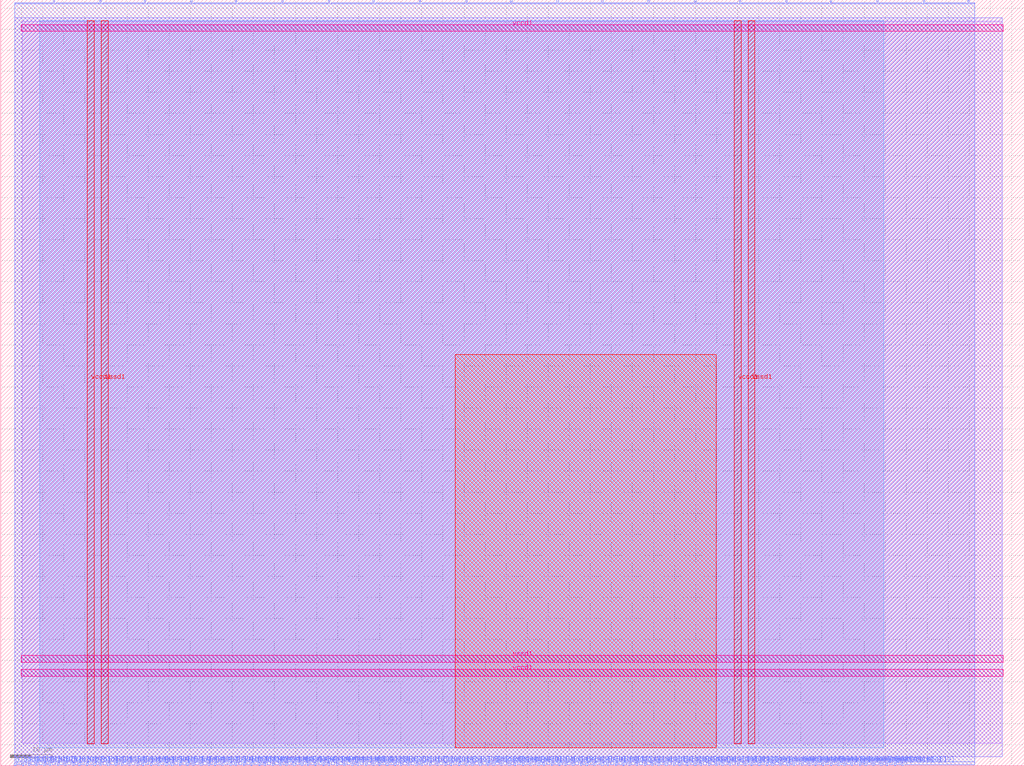
<source format=lef>
VERSION 5.7 ;
  NOWIREEXTENSIONATPIN ON ;
  DIVIDERCHAR "/" ;
  BUSBITCHARS "[]" ;
MACRO N_term_DSP
  CLASS BLOCK ;
  FOREIGN N_term_DSP ;
  ORIGIN 0.000 0.000 ;
  SIZE 243.000 BY 182.000 ;
  PIN FrameStrobe[0]
    DIRECTION INPUT ;
    USE SIGNAL ;
    ANTENNAGATEAREA 0.126000 ;
    PORT
      LAYER met2 ;
        RECT 179.900 0.000 180.280 0.700 ;
    END
  END FrameStrobe[0]
  PIN FrameStrobe[10]
    DIRECTION INPUT ;
    USE SIGNAL ;
    ANTENNAGATEAREA 0.126000 ;
    PORT
      LAYER met2 ;
        RECT 196.920 0.000 197.300 0.700 ;
    END
  END FrameStrobe[10]
  PIN FrameStrobe[11]
    DIRECTION INPUT ;
    USE SIGNAL ;
    ANTENNAGATEAREA 0.213000 ;
    PORT
      LAYER met2 ;
        RECT 198.760 0.000 199.140 0.700 ;
    END
  END FrameStrobe[11]
  PIN FrameStrobe[12]
    DIRECTION INPUT ;
    USE SIGNAL ;
    ANTENNAGATEAREA 0.196500 ;
    PORT
      LAYER met2 ;
        RECT 200.140 0.000 200.520 0.700 ;
    END
  END FrameStrobe[12]
  PIN FrameStrobe[13]
    DIRECTION INPUT ;
    USE SIGNAL ;
    ANTENNAGATEAREA 0.196500 ;
    PORT
      LAYER met2 ;
        RECT 201.980 0.000 202.360 0.700 ;
    END
  END FrameStrobe[13]
  PIN FrameStrobe[14]
    DIRECTION INPUT ;
    USE SIGNAL ;
    ANTENNAGATEAREA 0.126000 ;
    PORT
      LAYER met2 ;
        RECT 203.820 0.000 204.200 0.700 ;
    END
  END FrameStrobe[14]
  PIN FrameStrobe[15]
    DIRECTION INPUT ;
    USE SIGNAL ;
    ANTENNAGATEAREA 0.126000 ;
    PORT
      LAYER met2 ;
        RECT 205.200 0.000 205.580 0.700 ;
    END
  END FrameStrobe[15]
  PIN FrameStrobe[16]
    DIRECTION INPUT ;
    USE SIGNAL ;
    ANTENNAGATEAREA 0.213000 ;
    PORT
      LAYER met2 ;
        RECT 207.040 0.000 207.420 0.700 ;
    END
  END FrameStrobe[16]
  PIN FrameStrobe[17]
    DIRECTION INPUT ;
    USE SIGNAL ;
    ANTENNAGATEAREA 0.126000 ;
    PORT
      LAYER met2 ;
        RECT 208.880 0.000 209.260 0.700 ;
    END
  END FrameStrobe[17]
  PIN FrameStrobe[18]
    DIRECTION INPUT ;
    USE SIGNAL ;
    ANTENNAGATEAREA 0.126000 ;
    PORT
      LAYER met2 ;
        RECT 210.260 0.000 210.640 0.700 ;
    END
  END FrameStrobe[18]
  PIN FrameStrobe[19]
    DIRECTION INPUT ;
    USE SIGNAL ;
    ANTENNAGATEAREA 0.213000 ;
    PORT
      LAYER met2 ;
        RECT 212.100 0.000 212.480 0.700 ;
    END
  END FrameStrobe[19]
  PIN FrameStrobe[1]
    DIRECTION INPUT ;
    USE SIGNAL ;
    ANTENNAGATEAREA 0.126000 ;
    PORT
      LAYER met2 ;
        RECT 181.740 0.000 182.120 0.700 ;
    END
  END FrameStrobe[1]
  PIN FrameStrobe[2]
    DIRECTION INPUT ;
    USE SIGNAL ;
    ANTENNAGATEAREA 0.126000 ;
    PORT
      LAYER met2 ;
        RECT 183.120 0.000 183.500 0.700 ;
    END
  END FrameStrobe[2]
  PIN FrameStrobe[3]
    DIRECTION INPUT ;
    USE SIGNAL ;
    ANTENNAGATEAREA 0.126000 ;
    PORT
      LAYER met2 ;
        RECT 184.960 0.000 185.340 0.700 ;
    END
  END FrameStrobe[3]
  PIN FrameStrobe[4]
    DIRECTION INPUT ;
    USE SIGNAL ;
    ANTENNAGATEAREA 0.126000 ;
    PORT
      LAYER met2 ;
        RECT 186.800 0.000 187.180 0.700 ;
    END
  END FrameStrobe[4]
  PIN FrameStrobe[5]
    DIRECTION INPUT ;
    USE SIGNAL ;
    ANTENNAGATEAREA 0.196500 ;
    PORT
      LAYER met2 ;
        RECT 188.180 0.000 188.560 0.700 ;
    END
  END FrameStrobe[5]
  PIN FrameStrobe[6]
    DIRECTION INPUT ;
    USE SIGNAL ;
    ANTENNAGATEAREA 0.196500 ;
    PORT
      LAYER met2 ;
        RECT 190.020 0.000 190.400 0.700 ;
    END
  END FrameStrobe[6]
  PIN FrameStrobe[7]
    DIRECTION INPUT ;
    USE SIGNAL ;
    ANTENNAGATEAREA 0.126000 ;
    PORT
      LAYER met2 ;
        RECT 191.860 0.000 192.240 0.700 ;
    END
  END FrameStrobe[7]
  PIN FrameStrobe[8]
    DIRECTION INPUT ;
    USE SIGNAL ;
    ANTENNAGATEAREA 0.126000 ;
    PORT
      LAYER met2 ;
        RECT 193.240 0.000 193.620 0.700 ;
    END
  END FrameStrobe[8]
  PIN FrameStrobe[9]
    DIRECTION INPUT ;
    USE SIGNAL ;
    ANTENNAGATEAREA 0.196500 ;
    PORT
      LAYER met2 ;
        RECT 195.080 0.000 195.460 0.700 ;
    END
  END FrameStrobe[9]
  PIN FrameStrobe_O[0]
    DIRECTION OUTPUT TRISTATE ;
    USE SIGNAL ;
    ANTENNADIFFAREA 0.795200 ;
    PORT
      LAYER met2 ;
        RECT 12.460 181.300 12.840 182.000 ;
    END
  END FrameStrobe_O[0]
  PIN FrameStrobe_O[10]
    DIRECTION OUTPUT TRISTATE ;
    USE SIGNAL ;
    ANTENNADIFFAREA 0.445500 ;
    PORT
      LAYER met2 ;
        RECT 121.020 181.300 121.400 182.000 ;
    END
  END FrameStrobe_O[10]
  PIN FrameStrobe_O[11]
    DIRECTION OUTPUT TRISTATE ;
    USE SIGNAL ;
    ANTENNADIFFAREA 0.445500 ;
    PORT
      LAYER met2 ;
        RECT 132.060 181.300 132.440 182.000 ;
    END
  END FrameStrobe_O[11]
  PIN FrameStrobe_O[12]
    DIRECTION OUTPUT TRISTATE ;
    USE SIGNAL ;
    ANTENNADIFFAREA 0.795200 ;
    PORT
      LAYER met2 ;
        RECT 142.640 181.300 143.020 182.000 ;
    END
  END FrameStrobe_O[12]
  PIN FrameStrobe_O[13]
    DIRECTION OUTPUT TRISTATE ;
    USE SIGNAL ;
    ANTENNADIFFAREA 0.445500 ;
    PORT
      LAYER met2 ;
        RECT 153.680 181.300 154.060 182.000 ;
    END
  END FrameStrobe_O[13]
  PIN FrameStrobe_O[14]
    DIRECTION OUTPUT TRISTATE ;
    USE SIGNAL ;
    ANTENNADIFFAREA 0.795200 ;
    PORT
      LAYER met2 ;
        RECT 164.720 181.300 165.100 182.000 ;
    END
  END FrameStrobe_O[14]
  PIN FrameStrobe_O[15]
    DIRECTION OUTPUT TRISTATE ;
    USE SIGNAL ;
    ANTENNADIFFAREA 0.445500 ;
    PORT
      LAYER met2 ;
        RECT 175.300 181.300 175.680 182.000 ;
    END
  END FrameStrobe_O[15]
  PIN FrameStrobe_O[16]
    DIRECTION OUTPUT TRISTATE ;
    USE SIGNAL ;
    ANTENNADIFFAREA 0.795200 ;
    PORT
      LAYER met2 ;
        RECT 186.340 181.300 186.720 182.000 ;
    END
  END FrameStrobe_O[16]
  PIN FrameStrobe_O[17]
    DIRECTION OUTPUT TRISTATE ;
    USE SIGNAL ;
    ANTENNADIFFAREA 0.795200 ;
    PORT
      LAYER met2 ;
        RECT 196.920 181.300 197.300 182.000 ;
    END
  END FrameStrobe_O[17]
  PIN FrameStrobe_O[18]
    DIRECTION OUTPUT TRISTATE ;
    USE SIGNAL ;
    ANTENNADIFFAREA 0.795200 ;
    PORT
      LAYER met2 ;
        RECT 207.960 181.300 208.340 182.000 ;
    END
  END FrameStrobe_O[18]
  PIN FrameStrobe_O[19]
    DIRECTION OUTPUT TRISTATE ;
    USE SIGNAL ;
    ANTENNADIFFAREA 0.795200 ;
    PORT
      LAYER met2 ;
        RECT 219.000 181.300 219.380 182.000 ;
    END
  END FrameStrobe_O[19]
  PIN FrameStrobe_O[1]
    DIRECTION OUTPUT TRISTATE ;
    USE SIGNAL ;
    ANTENNADIFFAREA 0.445500 ;
    PORT
      LAYER met2 ;
        RECT 23.500 181.300 23.880 182.000 ;
    END
  END FrameStrobe_O[1]
  PIN FrameStrobe_O[2]
    DIRECTION OUTPUT TRISTATE ;
    USE SIGNAL ;
    ANTENNADIFFAREA 0.795200 ;
    PORT
      LAYER met2 ;
        RECT 34.080 181.300 34.460 182.000 ;
    END
  END FrameStrobe_O[2]
  PIN FrameStrobe_O[3]
    DIRECTION OUTPUT TRISTATE ;
    USE SIGNAL ;
    ANTENNADIFFAREA 0.445500 ;
    PORT
      LAYER met2 ;
        RECT 45.120 181.300 45.500 182.000 ;
    END
  END FrameStrobe_O[3]
  PIN FrameStrobe_O[4]
    DIRECTION OUTPUT TRISTATE ;
    USE SIGNAL ;
    ANTENNADIFFAREA 0.795200 ;
    PORT
      LAYER met2 ;
        RECT 55.700 181.300 56.080 182.000 ;
    END
  END FrameStrobe_O[4]
  PIN FrameStrobe_O[5]
    DIRECTION OUTPUT TRISTATE ;
    USE SIGNAL ;
    ANTENNADIFFAREA 0.445500 ;
    PORT
      LAYER met2 ;
        RECT 66.740 181.300 67.120 182.000 ;
    END
  END FrameStrobe_O[5]
  PIN FrameStrobe_O[6]
    DIRECTION OUTPUT TRISTATE ;
    USE SIGNAL ;
    ANTENNADIFFAREA 0.445500 ;
    PORT
      LAYER met2 ;
        RECT 77.780 181.300 78.160 182.000 ;
    END
  END FrameStrobe_O[6]
  PIN FrameStrobe_O[7]
    DIRECTION OUTPUT TRISTATE ;
    USE SIGNAL ;
    ANTENNADIFFAREA 0.795200 ;
    PORT
      LAYER met2 ;
        RECT 88.360 181.300 88.740 182.000 ;
    END
  END FrameStrobe_O[7]
  PIN FrameStrobe_O[8]
    DIRECTION OUTPUT TRISTATE ;
    USE SIGNAL ;
    ANTENNADIFFAREA 0.445500 ;
    PORT
      LAYER met2 ;
        RECT 99.400 181.300 99.780 182.000 ;
    END
  END FrameStrobe_O[8]
  PIN FrameStrobe_O[9]
    DIRECTION OUTPUT TRISTATE ;
    USE SIGNAL ;
    ANTENNADIFFAREA 0.795200 ;
    PORT
      LAYER met2 ;
        RECT 110.440 181.300 110.820 182.000 ;
    END
  END FrameStrobe_O[9]
  PIN N1END[0]
    DIRECTION INPUT ;
    USE SIGNAL ;
    ANTENNAGATEAREA 0.213000 ;
    PORT
      LAYER met2 ;
        RECT 3.260 0.000 3.640 0.700 ;
    END
  END N1END[0]
  PIN N1END[1]
    DIRECTION INPUT ;
    USE SIGNAL ;
    ANTENNAGATEAREA 0.126000 ;
    PORT
      LAYER met2 ;
        RECT 5.100 0.000 5.480 0.700 ;
    END
  END N1END[1]
  PIN N1END[2]
    DIRECTION INPUT ;
    USE SIGNAL ;
    ANTENNAGATEAREA 0.126000 ;
    PORT
      LAYER met2 ;
        RECT 6.480 0.000 6.860 0.700 ;
    END
  END N1END[2]
  PIN N1END[3]
    DIRECTION INPUT ;
    USE SIGNAL ;
    ANTENNAGATEAREA 0.213000 ;
    PORT
      LAYER met2 ;
        RECT 8.320 0.000 8.700 0.700 ;
    END
  END N1END[3]
  PIN N2END[0]
    DIRECTION INPUT ;
    USE SIGNAL ;
    ANTENNAGATEAREA 0.126000 ;
    PORT
      LAYER met2 ;
        RECT 23.500 0.000 23.880 0.700 ;
    END
  END N2END[0]
  PIN N2END[1]
    DIRECTION INPUT ;
    USE SIGNAL ;
    ANTENNAGATEAREA 0.213000 ;
    PORT
      LAYER met2 ;
        RECT 25.340 0.000 25.720 0.700 ;
    END
  END N2END[1]
  PIN N2END[2]
    DIRECTION INPUT ;
    USE SIGNAL ;
    ANTENNAGATEAREA 0.213000 ;
    PORT
      LAYER met2 ;
        RECT 27.180 0.000 27.560 0.700 ;
    END
  END N2END[2]
  PIN N2END[3]
    DIRECTION INPUT ;
    USE SIGNAL ;
    ANTENNAGATEAREA 0.213000 ;
    PORT
      LAYER met2 ;
        RECT 28.560 0.000 28.940 0.700 ;
    END
  END N2END[3]
  PIN N2END[4]
    DIRECTION INPUT ;
    USE SIGNAL ;
    ANTENNAGATEAREA 0.213000 ;
    PORT
      LAYER met2 ;
        RECT 30.400 0.000 30.780 0.700 ;
    END
  END N2END[4]
  PIN N2END[5]
    DIRECTION INPUT ;
    USE SIGNAL ;
    ANTENNAGATEAREA 0.213000 ;
    PORT
      LAYER met2 ;
        RECT 32.240 0.000 32.620 0.700 ;
    END
  END N2END[5]
  PIN N2END[6]
    DIRECTION INPUT ;
    USE SIGNAL ;
    ANTENNAGATEAREA 0.213000 ;
    PORT
      LAYER met2 ;
        RECT 33.620 0.000 34.000 0.700 ;
    END
  END N2END[6]
  PIN N2END[7]
    DIRECTION INPUT ;
    USE SIGNAL ;
    ANTENNAGATEAREA 0.213000 ;
    PORT
      LAYER met2 ;
        RECT 35.460 0.000 35.840 0.700 ;
    END
  END N2END[7]
  PIN N2MID[0]
    DIRECTION INPUT ;
    USE SIGNAL ;
    ANTENNAGATEAREA 0.213000 ;
    PORT
      LAYER met2 ;
        RECT 10.160 0.000 10.540 0.700 ;
    END
  END N2MID[0]
  PIN N2MID[1]
    DIRECTION INPUT ;
    USE SIGNAL ;
    ANTENNAGATEAREA 0.213000 ;
    PORT
      LAYER met2 ;
        RECT 11.540 0.000 11.920 0.700 ;
    END
  END N2MID[1]
  PIN N2MID[2]
    DIRECTION INPUT ;
    USE SIGNAL ;
    ANTENNAGATEAREA 0.213000 ;
    PORT
      LAYER met2 ;
        RECT 13.380 0.000 13.760 0.700 ;
    END
  END N2MID[2]
  PIN N2MID[3]
    DIRECTION INPUT ;
    USE SIGNAL ;
    ANTENNAGATEAREA 0.126000 ;
    PORT
      LAYER met2 ;
        RECT 15.220 0.000 15.600 0.700 ;
    END
  END N2MID[3]
  PIN N2MID[4]
    DIRECTION INPUT ;
    USE SIGNAL ;
    ANTENNAGATEAREA 0.213000 ;
    PORT
      LAYER met2 ;
        RECT 17.060 0.000 17.440 0.700 ;
    END
  END N2MID[4]
  PIN N2MID[5]
    DIRECTION INPUT ;
    USE SIGNAL ;
    ANTENNAGATEAREA 0.213000 ;
    PORT
      LAYER met2 ;
        RECT 18.440 0.000 18.820 0.700 ;
    END
  END N2MID[5]
  PIN N2MID[6]
    DIRECTION INPUT ;
    USE SIGNAL ;
    ANTENNAGATEAREA 0.213000 ;
    PORT
      LAYER met2 ;
        RECT 20.280 0.000 20.660 0.700 ;
    END
  END N2MID[6]
  PIN N2MID[7]
    DIRECTION INPUT ;
    USE SIGNAL ;
    ANTENNAGATEAREA 0.213000 ;
    PORT
      LAYER met2 ;
        RECT 22.120 0.000 22.500 0.700 ;
    END
  END N2MID[7]
  PIN N4END[0]
    DIRECTION INPUT ;
    USE SIGNAL ;
    ANTENNAGATEAREA 0.126000 ;
    PORT
      LAYER met2 ;
        RECT 37.300 0.000 37.680 0.700 ;
    END
  END N4END[0]
  PIN N4END[10]
    DIRECTION INPUT ;
    USE SIGNAL ;
    ANTENNAGATEAREA 0.126000 ;
    PORT
      LAYER met2 ;
        RECT 54.320 0.000 54.700 0.700 ;
    END
  END N4END[10]
  PIN N4END[11]
    DIRECTION INPUT ;
    USE SIGNAL ;
    ANTENNAGATEAREA 0.126000 ;
    PORT
      LAYER met2 ;
        RECT 55.700 0.000 56.080 0.700 ;
    END
  END N4END[11]
  PIN N4END[12]
    DIRECTION INPUT ;
    USE SIGNAL ;
    ANTENNAGATEAREA 0.126000 ;
    PORT
      LAYER met2 ;
        RECT 57.540 0.000 57.920 0.700 ;
    END
  END N4END[12]
  PIN N4END[13]
    DIRECTION INPUT ;
    USE SIGNAL ;
    ANTENNAGATEAREA 0.196500 ;
    PORT
      LAYER met2 ;
        RECT 59.380 0.000 59.760 0.700 ;
    END
  END N4END[13]
  PIN N4END[14]
    DIRECTION INPUT ;
    USE SIGNAL ;
    ANTENNAGATEAREA 0.196500 ;
    PORT
      LAYER met2 ;
        RECT 61.220 0.000 61.600 0.700 ;
    END
  END N4END[14]
  PIN N4END[15]
    DIRECTION INPUT ;
    USE SIGNAL ;
    ANTENNAGATEAREA 0.196500 ;
    PORT
      LAYER met2 ;
        RECT 62.600 0.000 62.980 0.700 ;
    END
  END N4END[15]
  PIN N4END[1]
    DIRECTION INPUT ;
    USE SIGNAL ;
    ANTENNAGATEAREA 0.213000 ;
    PORT
      LAYER met2 ;
        RECT 39.140 0.000 39.520 0.700 ;
    END
  END N4END[1]
  PIN N4END[2]
    DIRECTION INPUT ;
    USE SIGNAL ;
    ANTENNAGATEAREA 0.196500 ;
    PORT
      LAYER met2 ;
        RECT 40.520 0.000 40.900 0.700 ;
    END
  END N4END[2]
  PIN N4END[3]
    DIRECTION INPUT ;
    USE SIGNAL ;
    ANTENNAGATEAREA 0.126000 ;
    PORT
      LAYER met2 ;
        RECT 42.360 0.000 42.740 0.700 ;
    END
  END N4END[3]
  PIN N4END[4]
    DIRECTION INPUT ;
    USE SIGNAL ;
    ANTENNAGATEAREA 0.126000 ;
    PORT
      LAYER met2 ;
        RECT 44.200 0.000 44.580 0.700 ;
    END
  END N4END[4]
  PIN N4END[5]
    DIRECTION INPUT ;
    USE SIGNAL ;
    ANTENNAGATEAREA 0.126000 ;
    PORT
      LAYER met2 ;
        RECT 45.580 0.000 45.960 0.700 ;
    END
  END N4END[5]
  PIN N4END[6]
    DIRECTION INPUT ;
    USE SIGNAL ;
    ANTENNAGATEAREA 0.196500 ;
    PORT
      LAYER met2 ;
        RECT 47.420 0.000 47.800 0.700 ;
    END
  END N4END[6]
  PIN N4END[7]
    DIRECTION INPUT ;
    USE SIGNAL ;
    ANTENNAGATEAREA 0.126000 ;
    PORT
      LAYER met2 ;
        RECT 49.260 0.000 49.640 0.700 ;
    END
  END N4END[7]
  PIN N4END[8]
    DIRECTION INPUT ;
    USE SIGNAL ;
    ANTENNAGATEAREA 0.126000 ;
    PORT
      LAYER met2 ;
        RECT 50.640 0.000 51.020 0.700 ;
    END
  END N4END[8]
  PIN N4END[9]
    DIRECTION INPUT ;
    USE SIGNAL ;
    ANTENNAGATEAREA 0.126000 ;
    PORT
      LAYER met2 ;
        RECT 52.480 0.000 52.860 0.700 ;
    END
  END N4END[9]
  PIN NN4END[0]
    DIRECTION INPUT ;
    USE SIGNAL ;
    ANTENNAGATEAREA 0.196500 ;
    PORT
      LAYER met2 ;
        RECT 64.440 0.000 64.820 0.700 ;
    END
  END NN4END[0]
  PIN NN4END[10]
    DIRECTION INPUT ;
    USE SIGNAL ;
    ANTENNAGATEAREA 0.196500 ;
    PORT
      LAYER met2 ;
        RECT 81.460 0.000 81.840 0.700 ;
    END
  END NN4END[10]
  PIN NN4END[11]
    DIRECTION INPUT ;
    USE SIGNAL ;
    ANTENNAGATEAREA 0.196500 ;
    PORT
      LAYER met2 ;
        RECT 83.300 0.000 83.680 0.700 ;
    END
  END NN4END[11]
  PIN NN4END[12]
    DIRECTION INPUT ;
    USE SIGNAL ;
    ANTENNAGATEAREA 0.196500 ;
    PORT
      LAYER met2 ;
        RECT 84.680 0.000 85.060 0.700 ;
    END
  END NN4END[12]
  PIN NN4END[13]
    DIRECTION INPUT ;
    USE SIGNAL ;
    ANTENNAGATEAREA 0.196500 ;
    PORT
      LAYER met2 ;
        RECT 86.520 0.000 86.900 0.700 ;
    END
  END NN4END[13]
  PIN NN4END[14]
    DIRECTION INPUT ;
    USE SIGNAL ;
    ANTENNAGATEAREA 0.196500 ;
    PORT
      LAYER met2 ;
        RECT 88.360 0.000 88.740 0.700 ;
    END
  END NN4END[14]
  PIN NN4END[15]
    DIRECTION INPUT ;
    USE SIGNAL ;
    ANTENNAGATEAREA 0.196500 ;
    PORT
      LAYER met2 ;
        RECT 89.740 0.000 90.120 0.700 ;
    END
  END NN4END[15]
  PIN NN4END[1]
    DIRECTION INPUT ;
    USE SIGNAL ;
    ANTENNAGATEAREA 0.196500 ;
    PORT
      LAYER met2 ;
        RECT 66.280 0.000 66.660 0.700 ;
    END
  END NN4END[1]
  PIN NN4END[2]
    DIRECTION INPUT ;
    USE SIGNAL ;
    ANTENNAGATEAREA 0.196500 ;
    PORT
      LAYER met2 ;
        RECT 67.660 0.000 68.040 0.700 ;
    END
  END NN4END[2]
  PIN NN4END[3]
    DIRECTION INPUT ;
    USE SIGNAL ;
    ANTENNAGATEAREA 0.126000 ;
    PORT
      LAYER met2 ;
        RECT 69.500 0.000 69.880 0.700 ;
    END
  END NN4END[3]
  PIN NN4END[4]
    DIRECTION INPUT ;
    USE SIGNAL ;
    ANTENNAGATEAREA 0.196500 ;
    PORT
      LAYER met2 ;
        RECT 71.340 0.000 71.720 0.700 ;
    END
  END NN4END[4]
  PIN NN4END[5]
    DIRECTION INPUT ;
    USE SIGNAL ;
    ANTENNAGATEAREA 0.126000 ;
    PORT
      LAYER met2 ;
        RECT 72.720 0.000 73.100 0.700 ;
    END
  END NN4END[5]
  PIN NN4END[6]
    DIRECTION INPUT ;
    USE SIGNAL ;
    ANTENNAGATEAREA 0.196500 ;
    PORT
      LAYER met2 ;
        RECT 74.560 0.000 74.940 0.700 ;
    END
  END NN4END[6]
  PIN NN4END[7]
    DIRECTION INPUT ;
    USE SIGNAL ;
    ANTENNAGATEAREA 0.196500 ;
    PORT
      LAYER met2 ;
        RECT 76.400 0.000 76.780 0.700 ;
    END
  END NN4END[7]
  PIN NN4END[8]
    DIRECTION INPUT ;
    USE SIGNAL ;
    ANTENNAGATEAREA 0.196500 ;
    PORT
      LAYER met2 ;
        RECT 77.780 0.000 78.160 0.700 ;
    END
  END NN4END[8]
  PIN NN4END[9]
    DIRECTION INPUT ;
    USE SIGNAL ;
    ANTENNAGATEAREA 0.196500 ;
    PORT
      LAYER met2 ;
        RECT 79.620 0.000 80.000 0.700 ;
    END
  END NN4END[9]
  PIN S1BEG[0]
    DIRECTION OUTPUT TRISTATE ;
    USE SIGNAL ;
    ANTENNADIFFAREA 0.445500 ;
    PORT
      LAYER met2 ;
        RECT 91.580 0.000 91.960 0.700 ;
    END
  END S1BEG[0]
  PIN S1BEG[1]
    DIRECTION OUTPUT TRISTATE ;
    USE SIGNAL ;
    ANTENNADIFFAREA 0.445500 ;
    PORT
      LAYER met2 ;
        RECT 93.420 0.000 93.800 0.700 ;
    END
  END S1BEG[1]
  PIN S1BEG[2]
    DIRECTION OUTPUT TRISTATE ;
    USE SIGNAL ;
    ANTENNADIFFAREA 0.445500 ;
    PORT
      LAYER met2 ;
        RECT 94.800 0.000 95.180 0.700 ;
    END
  END S1BEG[2]
  PIN S1BEG[3]
    DIRECTION OUTPUT TRISTATE ;
    USE SIGNAL ;
    ANTENNADIFFAREA 0.795200 ;
    PORT
      LAYER met2 ;
        RECT 96.640 0.000 97.020 0.700 ;
    END
  END S1BEG[3]
  PIN S2BEG[0]
    DIRECTION OUTPUT TRISTATE ;
    USE SIGNAL ;
    ANTENNADIFFAREA 0.445500 ;
    PORT
      LAYER met2 ;
        RECT 98.480 0.000 98.860 0.700 ;
    END
  END S2BEG[0]
  PIN S2BEG[1]
    DIRECTION OUTPUT TRISTATE ;
    USE SIGNAL ;
    ANTENNADIFFAREA 0.445500 ;
    PORT
      LAYER met2 ;
        RECT 99.860 0.000 100.240 0.700 ;
    END
  END S2BEG[1]
  PIN S2BEG[2]
    DIRECTION OUTPUT TRISTATE ;
    USE SIGNAL ;
    ANTENNADIFFAREA 0.445500 ;
    PORT
      LAYER met2 ;
        RECT 101.700 0.000 102.080 0.700 ;
    END
  END S2BEG[2]
  PIN S2BEG[3]
    DIRECTION OUTPUT TRISTATE ;
    USE SIGNAL ;
    ANTENNADIFFAREA 0.795200 ;
    PORT
      LAYER met2 ;
        RECT 103.540 0.000 103.920 0.700 ;
    END
  END S2BEG[3]
  PIN S2BEG[4]
    DIRECTION OUTPUT TRISTATE ;
    USE SIGNAL ;
    ANTENNADIFFAREA 0.445500 ;
    PORT
      LAYER met2 ;
        RECT 105.380 0.000 105.760 0.700 ;
    END
  END S2BEG[4]
  PIN S2BEG[5]
    DIRECTION OUTPUT TRISTATE ;
    USE SIGNAL ;
    ANTENNADIFFAREA 0.445500 ;
    PORT
      LAYER met2 ;
        RECT 106.760 0.000 107.140 0.700 ;
    END
  END S2BEG[5]
  PIN S2BEG[6]
    DIRECTION OUTPUT TRISTATE ;
    USE SIGNAL ;
    ANTENNADIFFAREA 0.795200 ;
    PORT
      LAYER met2 ;
        RECT 108.600 0.000 108.980 0.700 ;
    END
  END S2BEG[6]
  PIN S2BEG[7]
    DIRECTION OUTPUT TRISTATE ;
    USE SIGNAL ;
    ANTENNADIFFAREA 0.795200 ;
    PORT
      LAYER met2 ;
        RECT 110.440 0.000 110.820 0.700 ;
    END
  END S2BEG[7]
  PIN S2BEGb[0]
    DIRECTION OUTPUT TRISTATE ;
    USE SIGNAL ;
    ANTENNADIFFAREA 0.795200 ;
    PORT
      LAYER met2 ;
        RECT 111.820 0.000 112.200 0.700 ;
    END
  END S2BEGb[0]
  PIN S2BEGb[1]
    DIRECTION OUTPUT TRISTATE ;
    USE SIGNAL ;
    ANTENNADIFFAREA 0.445500 ;
    PORT
      LAYER met2 ;
        RECT 113.660 0.000 114.040 0.700 ;
    END
  END S2BEGb[1]
  PIN S2BEGb[2]
    DIRECTION OUTPUT TRISTATE ;
    USE SIGNAL ;
    ANTENNADIFFAREA 0.445500 ;
    PORT
      LAYER met2 ;
        RECT 115.500 0.000 115.880 0.700 ;
    END
  END S2BEGb[2]
  PIN S2BEGb[3]
    DIRECTION OUTPUT TRISTATE ;
    USE SIGNAL ;
    ANTENNADIFFAREA 0.795200 ;
    PORT
      LAYER met2 ;
        RECT 116.880 0.000 117.260 0.700 ;
    END
  END S2BEGb[3]
  PIN S2BEGb[4]
    DIRECTION OUTPUT TRISTATE ;
    USE SIGNAL ;
    ANTENNADIFFAREA 0.445500 ;
    PORT
      LAYER met2 ;
        RECT 118.720 0.000 119.100 0.700 ;
    END
  END S2BEGb[4]
  PIN S2BEGb[5]
    DIRECTION OUTPUT TRISTATE ;
    USE SIGNAL ;
    ANTENNADIFFAREA 0.445500 ;
    PORT
      LAYER met2 ;
        RECT 120.560 0.000 120.940 0.700 ;
    END
  END S2BEGb[5]
  PIN S2BEGb[6]
    DIRECTION OUTPUT TRISTATE ;
    USE SIGNAL ;
    ANTENNADIFFAREA 0.445500 ;
    PORT
      LAYER met2 ;
        RECT 121.940 0.000 122.320 0.700 ;
    END
  END S2BEGb[6]
  PIN S2BEGb[7]
    DIRECTION OUTPUT TRISTATE ;
    USE SIGNAL ;
    ANTENNADIFFAREA 0.795200 ;
    PORT
      LAYER met2 ;
        RECT 123.780 0.000 124.160 0.700 ;
    END
  END S2BEGb[7]
  PIN S4BEG[0]
    DIRECTION OUTPUT TRISTATE ;
    USE SIGNAL ;
    ANTENNADIFFAREA 0.445500 ;
    PORT
      LAYER met2 ;
        RECT 125.620 0.000 126.000 0.700 ;
    END
  END S4BEG[0]
  PIN S4BEG[10]
    DIRECTION OUTPUT TRISTATE ;
    USE SIGNAL ;
    ANTENNADIFFAREA 0.795200 ;
    PORT
      LAYER met2 ;
        RECT 142.640 0.000 143.020 0.700 ;
    END
  END S4BEG[10]
  PIN S4BEG[11]
    DIRECTION OUTPUT TRISTATE ;
    USE SIGNAL ;
    ANTENNADIFFAREA 0.795200 ;
    PORT
      LAYER met2 ;
        RECT 144.020 0.000 144.400 0.700 ;
    END
  END S4BEG[11]
  PIN S4BEG[12]
    DIRECTION OUTPUT TRISTATE ;
    USE SIGNAL ;
    ANTENNADIFFAREA 0.445500 ;
    PORT
      LAYER met2 ;
        RECT 145.860 0.000 146.240 0.700 ;
    END
  END S4BEG[12]
  PIN S4BEG[13]
    DIRECTION OUTPUT TRISTATE ;
    USE SIGNAL ;
    ANTENNADIFFAREA 0.795200 ;
    PORT
      LAYER met2 ;
        RECT 147.700 0.000 148.080 0.700 ;
    END
  END S4BEG[13]
  PIN S4BEG[14]
    DIRECTION OUTPUT TRISTATE ;
    USE SIGNAL ;
    ANTENNADIFFAREA 0.795200 ;
    PORT
      LAYER met2 ;
        RECT 149.080 0.000 149.460 0.700 ;
    END
  END S4BEG[14]
  PIN S4BEG[15]
    DIRECTION OUTPUT TRISTATE ;
    USE SIGNAL ;
    ANTENNADIFFAREA 0.795200 ;
    PORT
      LAYER met2 ;
        RECT 150.920 0.000 151.300 0.700 ;
    END
  END S4BEG[15]
  PIN S4BEG[1]
    DIRECTION OUTPUT TRISTATE ;
    USE SIGNAL ;
    ANTENNADIFFAREA 0.445500 ;
    PORT
      LAYER met2 ;
        RECT 127.460 0.000 127.840 0.700 ;
    END
  END S4BEG[1]
  PIN S4BEG[2]
    DIRECTION OUTPUT TRISTATE ;
    USE SIGNAL ;
    ANTENNADIFFAREA 0.445500 ;
    PORT
      LAYER met2 ;
        RECT 128.840 0.000 129.220 0.700 ;
    END
  END S4BEG[2]
  PIN S4BEG[3]
    DIRECTION OUTPUT TRISTATE ;
    USE SIGNAL ;
    ANTENNADIFFAREA 0.795200 ;
    PORT
      LAYER met2 ;
        RECT 130.680 0.000 131.060 0.700 ;
    END
  END S4BEG[3]
  PIN S4BEG[4]
    DIRECTION OUTPUT TRISTATE ;
    USE SIGNAL ;
    ANTENNADIFFAREA 0.445500 ;
    PORT
      LAYER met2 ;
        RECT 132.520 0.000 132.900 0.700 ;
    END
  END S4BEG[4]
  PIN S4BEG[5]
    DIRECTION OUTPUT TRISTATE ;
    USE SIGNAL ;
    ANTENNADIFFAREA 0.445500 ;
    PORT
      LAYER met2 ;
        RECT 133.900 0.000 134.280 0.700 ;
    END
  END S4BEG[5]
  PIN S4BEG[6]
    DIRECTION OUTPUT TRISTATE ;
    USE SIGNAL ;
    ANTENNADIFFAREA 0.795200 ;
    PORT
      LAYER met2 ;
        RECT 135.740 0.000 136.120 0.700 ;
    END
  END S4BEG[6]
  PIN S4BEG[7]
    DIRECTION OUTPUT TRISTATE ;
    USE SIGNAL ;
    ANTENNADIFFAREA 0.795200 ;
    PORT
      LAYER met2 ;
        RECT 137.580 0.000 137.960 0.700 ;
    END
  END S4BEG[7]
  PIN S4BEG[8]
    DIRECTION OUTPUT TRISTATE ;
    USE SIGNAL ;
    ANTENNADIFFAREA 0.445500 ;
    PORT
      LAYER met2 ;
        RECT 138.960 0.000 139.340 0.700 ;
    END
  END S4BEG[8]
  PIN S4BEG[9]
    DIRECTION OUTPUT TRISTATE ;
    USE SIGNAL ;
    ANTENNADIFFAREA 0.445500 ;
    PORT
      LAYER met2 ;
        RECT 140.800 0.000 141.180 0.700 ;
    END
  END S4BEG[9]
  PIN SS4BEG[0]
    DIRECTION OUTPUT TRISTATE ;
    USE SIGNAL ;
    ANTENNADIFFAREA 0.795200 ;
    PORT
      LAYER met2 ;
        RECT 152.760 0.000 153.140 0.700 ;
    END
  END SS4BEG[0]
  PIN SS4BEG[10]
    DIRECTION OUTPUT TRISTATE ;
    USE SIGNAL ;
    ANTENNADIFFAREA 0.795200 ;
    PORT
      LAYER met2 ;
        RECT 169.780 0.000 170.160 0.700 ;
    END
  END SS4BEG[10]
  PIN SS4BEG[11]
    DIRECTION OUTPUT TRISTATE ;
    USE SIGNAL ;
    ANTENNADIFFAREA 0.795200 ;
    PORT
      LAYER met2 ;
        RECT 171.160 0.000 171.540 0.700 ;
    END
  END SS4BEG[11]
  PIN SS4BEG[12]
    DIRECTION OUTPUT TRISTATE ;
    USE SIGNAL ;
    ANTENNADIFFAREA 0.795200 ;
    PORT
      LAYER met2 ;
        RECT 173.000 0.000 173.380 0.700 ;
    END
  END SS4BEG[12]
  PIN SS4BEG[13]
    DIRECTION OUTPUT TRISTATE ;
    USE SIGNAL ;
    ANTENNADIFFAREA 0.795200 ;
    PORT
      LAYER met2 ;
        RECT 174.840 0.000 175.220 0.700 ;
    END
  END SS4BEG[13]
  PIN SS4BEG[14]
    DIRECTION OUTPUT TRISTATE ;
    USE SIGNAL ;
    ANTENNADIFFAREA 0.795200 ;
    PORT
      LAYER met2 ;
        RECT 176.680 0.000 177.060 0.700 ;
    END
  END SS4BEG[14]
  PIN SS4BEG[15]
    DIRECTION OUTPUT TRISTATE ;
    USE SIGNAL ;
    ANTENNADIFFAREA 0.795200 ;
    PORT
      LAYER met2 ;
        RECT 178.060 0.000 178.440 0.700 ;
    END
  END SS4BEG[15]
  PIN SS4BEG[1]
    DIRECTION OUTPUT TRISTATE ;
    USE SIGNAL ;
    ANTENNADIFFAREA 0.795200 ;
    PORT
      LAYER met2 ;
        RECT 154.600 0.000 154.980 0.700 ;
    END
  END SS4BEG[1]
  PIN SS4BEG[2]
    DIRECTION OUTPUT TRISTATE ;
    USE SIGNAL ;
    ANTENNADIFFAREA 0.795200 ;
    PORT
      LAYER met2 ;
        RECT 155.980 0.000 156.360 0.700 ;
    END
  END SS4BEG[2]
  PIN SS4BEG[3]
    DIRECTION OUTPUT TRISTATE ;
    USE SIGNAL ;
    ANTENNADIFFAREA 0.795200 ;
    PORT
      LAYER met2 ;
        RECT 157.820 0.000 158.200 0.700 ;
    END
  END SS4BEG[3]
  PIN SS4BEG[4]
    DIRECTION OUTPUT TRISTATE ;
    USE SIGNAL ;
    ANTENNADIFFAREA 0.795200 ;
    PORT
      LAYER met2 ;
        RECT 159.660 0.000 160.040 0.700 ;
    END
  END SS4BEG[4]
  PIN SS4BEG[5]
    DIRECTION OUTPUT TRISTATE ;
    USE SIGNAL ;
    ANTENNADIFFAREA 0.795200 ;
    PORT
      LAYER met2 ;
        RECT 161.040 0.000 161.420 0.700 ;
    END
  END SS4BEG[5]
  PIN SS4BEG[6]
    DIRECTION OUTPUT TRISTATE ;
    USE SIGNAL ;
    ANTENNADIFFAREA 0.795200 ;
    PORT
      LAYER met2 ;
        RECT 162.880 0.000 163.260 0.700 ;
    END
  END SS4BEG[6]
  PIN SS4BEG[7]
    DIRECTION OUTPUT TRISTATE ;
    USE SIGNAL ;
    ANTENNADIFFAREA 0.795200 ;
    PORT
      LAYER met2 ;
        RECT 164.720 0.000 165.100 0.700 ;
    END
  END SS4BEG[7]
  PIN SS4BEG[8]
    DIRECTION OUTPUT TRISTATE ;
    USE SIGNAL ;
    ANTENNADIFFAREA 0.795200 ;
    PORT
      LAYER met2 ;
        RECT 166.100 0.000 166.480 0.700 ;
    END
  END SS4BEG[8]
  PIN SS4BEG[9]
    DIRECTION OUTPUT TRISTATE ;
    USE SIGNAL ;
    ANTENNADIFFAREA 0.795200 ;
    PORT
      LAYER met2 ;
        RECT 167.940 0.000 168.320 0.700 ;
    END
  END SS4BEG[9]
  PIN UserCLK
    DIRECTION INPUT ;
    USE SIGNAL ;
    ANTENNAGATEAREA 0.159000 ;
    PORT
      LAYER met2 ;
        RECT 213.940 0.000 214.320 0.700 ;
    END
  END UserCLK
  PIN UserCLKo
    DIRECTION OUTPUT TRISTATE ;
    USE SIGNAL ;
    ANTENNADIFFAREA 0.340600 ;
    PORT
      LAYER met2 ;
        RECT 229.580 181.300 229.960 182.000 ;
    END
  END UserCLKo
  PIN vccd1
    DIRECTION INOUT ;
    USE POWER ;
    PORT
      LAYER met4 ;
        RECT 20.580 5.200 22.180 177.040 ;
    END
    PORT
      LAYER met4 ;
        RECT 174.180 5.200 175.780 177.040 ;
    END
    PORT
      LAYER met5 ;
        RECT 4.820 21.290 238.060 22.890 ;
    END
    PORT
      LAYER met5 ;
        RECT 4.820 174.470 238.060 176.070 ;
    END
  END vccd1
  PIN vssd1
    DIRECTION INOUT ;
    USE GROUND ;
    PORT
      LAYER met4 ;
        RECT 23.880 5.200 25.480 177.040 ;
    END
    PORT
      LAYER met4 ;
        RECT 177.480 5.200 179.080 177.040 ;
    END
    PORT
      LAYER met5 ;
        RECT 4.820 24.590 238.060 26.190 ;
    END
  END vssd1
  OBS
      LAYER li1 ;
        RECT 5.060 5.355 237.820 176.885 ;
      LAYER met1 ;
        RECT 3.290 2.140 237.820 177.780 ;
      LAYER met2 ;
        RECT 3.320 181.020 12.180 181.300 ;
        RECT 13.120 181.020 23.220 181.300 ;
        RECT 24.160 181.020 33.800 181.300 ;
        RECT 34.740 181.020 44.840 181.300 ;
        RECT 45.780 181.020 55.420 181.300 ;
        RECT 56.360 181.020 66.460 181.300 ;
        RECT 67.400 181.020 77.500 181.300 ;
        RECT 78.440 181.020 88.080 181.300 ;
        RECT 89.020 181.020 99.120 181.300 ;
        RECT 100.060 181.020 110.160 181.300 ;
        RECT 111.100 181.020 120.740 181.300 ;
        RECT 121.680 181.020 131.780 181.300 ;
        RECT 132.720 181.020 142.360 181.300 ;
        RECT 143.300 181.020 153.400 181.300 ;
        RECT 154.340 181.020 164.440 181.300 ;
        RECT 165.380 181.020 175.020 181.300 ;
        RECT 175.960 181.020 186.060 181.300 ;
        RECT 187.000 181.020 196.640 181.300 ;
        RECT 197.580 181.020 207.680 181.300 ;
        RECT 208.620 181.020 218.720 181.300 ;
        RECT 219.660 181.020 229.300 181.300 ;
        RECT 230.240 181.020 231.280 181.300 ;
        RECT 3.320 0.980 231.280 181.020 ;
        RECT 3.920 0.270 4.820 0.980 ;
        RECT 5.760 0.270 6.200 0.980 ;
        RECT 7.140 0.270 8.040 0.980 ;
        RECT 8.980 0.270 9.880 0.980 ;
        RECT 10.820 0.270 11.260 0.980 ;
        RECT 12.200 0.270 13.100 0.980 ;
        RECT 14.040 0.270 14.940 0.980 ;
        RECT 15.880 0.270 16.780 0.980 ;
        RECT 17.720 0.270 18.160 0.980 ;
        RECT 19.100 0.270 20.000 0.980 ;
        RECT 20.940 0.270 21.840 0.980 ;
        RECT 22.780 0.270 23.220 0.980 ;
        RECT 24.160 0.270 25.060 0.980 ;
        RECT 26.000 0.270 26.900 0.980 ;
        RECT 27.840 0.270 28.280 0.980 ;
        RECT 29.220 0.270 30.120 0.980 ;
        RECT 31.060 0.270 31.960 0.980 ;
        RECT 32.900 0.270 33.340 0.980 ;
        RECT 34.280 0.270 35.180 0.980 ;
        RECT 36.120 0.270 37.020 0.980 ;
        RECT 37.960 0.270 38.860 0.980 ;
        RECT 39.800 0.270 40.240 0.980 ;
        RECT 41.180 0.270 42.080 0.980 ;
        RECT 43.020 0.270 43.920 0.980 ;
        RECT 44.860 0.270 45.300 0.980 ;
        RECT 46.240 0.270 47.140 0.980 ;
        RECT 48.080 0.270 48.980 0.980 ;
        RECT 49.920 0.270 50.360 0.980 ;
        RECT 51.300 0.270 52.200 0.980 ;
        RECT 53.140 0.270 54.040 0.980 ;
        RECT 54.980 0.270 55.420 0.980 ;
        RECT 56.360 0.270 57.260 0.980 ;
        RECT 58.200 0.270 59.100 0.980 ;
        RECT 60.040 0.270 60.940 0.980 ;
        RECT 61.880 0.270 62.320 0.980 ;
        RECT 63.260 0.270 64.160 0.980 ;
        RECT 65.100 0.270 66.000 0.980 ;
        RECT 66.940 0.270 67.380 0.980 ;
        RECT 68.320 0.270 69.220 0.980 ;
        RECT 70.160 0.270 71.060 0.980 ;
        RECT 72.000 0.270 72.440 0.980 ;
        RECT 73.380 0.270 74.280 0.980 ;
        RECT 75.220 0.270 76.120 0.980 ;
        RECT 77.060 0.270 77.500 0.980 ;
        RECT 78.440 0.270 79.340 0.980 ;
        RECT 80.280 0.270 81.180 0.980 ;
        RECT 82.120 0.270 83.020 0.980 ;
        RECT 83.960 0.270 84.400 0.980 ;
        RECT 85.340 0.270 86.240 0.980 ;
        RECT 87.180 0.270 88.080 0.980 ;
        RECT 89.020 0.270 89.460 0.980 ;
        RECT 90.400 0.270 91.300 0.980 ;
        RECT 92.240 0.270 93.140 0.980 ;
        RECT 94.080 0.270 94.520 0.980 ;
        RECT 95.460 0.270 96.360 0.980 ;
        RECT 97.300 0.270 98.200 0.980 ;
        RECT 99.140 0.270 99.580 0.980 ;
        RECT 100.520 0.270 101.420 0.980 ;
        RECT 102.360 0.270 103.260 0.980 ;
        RECT 104.200 0.270 105.100 0.980 ;
        RECT 106.040 0.270 106.480 0.980 ;
        RECT 107.420 0.270 108.320 0.980 ;
        RECT 109.260 0.270 110.160 0.980 ;
        RECT 111.100 0.270 111.540 0.980 ;
        RECT 112.480 0.270 113.380 0.980 ;
        RECT 114.320 0.270 115.220 0.980 ;
        RECT 116.160 0.270 116.600 0.980 ;
        RECT 117.540 0.270 118.440 0.980 ;
        RECT 119.380 0.270 120.280 0.980 ;
        RECT 121.220 0.270 121.660 0.980 ;
        RECT 122.600 0.270 123.500 0.980 ;
        RECT 124.440 0.270 125.340 0.980 ;
        RECT 126.280 0.270 127.180 0.980 ;
        RECT 128.120 0.270 128.560 0.980 ;
        RECT 129.500 0.270 130.400 0.980 ;
        RECT 131.340 0.270 132.240 0.980 ;
        RECT 133.180 0.270 133.620 0.980 ;
        RECT 134.560 0.270 135.460 0.980 ;
        RECT 136.400 0.270 137.300 0.980 ;
        RECT 138.240 0.270 138.680 0.980 ;
        RECT 139.620 0.270 140.520 0.980 ;
        RECT 141.460 0.270 142.360 0.980 ;
        RECT 143.300 0.270 143.740 0.980 ;
        RECT 144.680 0.270 145.580 0.980 ;
        RECT 146.520 0.270 147.420 0.980 ;
        RECT 148.360 0.270 148.800 0.980 ;
        RECT 149.740 0.270 150.640 0.980 ;
        RECT 151.580 0.270 152.480 0.980 ;
        RECT 153.420 0.270 154.320 0.980 ;
        RECT 155.260 0.270 155.700 0.980 ;
        RECT 156.640 0.270 157.540 0.980 ;
        RECT 158.480 0.270 159.380 0.980 ;
        RECT 160.320 0.270 160.760 0.980 ;
        RECT 161.700 0.270 162.600 0.980 ;
        RECT 163.540 0.270 164.440 0.980 ;
        RECT 165.380 0.270 165.820 0.980 ;
        RECT 166.760 0.270 167.660 0.980 ;
        RECT 168.600 0.270 169.500 0.980 ;
        RECT 170.440 0.270 170.880 0.980 ;
        RECT 171.820 0.270 172.720 0.980 ;
        RECT 173.660 0.270 174.560 0.980 ;
        RECT 175.500 0.270 176.400 0.980 ;
        RECT 177.340 0.270 177.780 0.980 ;
        RECT 178.720 0.270 179.620 0.980 ;
        RECT 180.560 0.270 181.460 0.980 ;
        RECT 182.400 0.270 182.840 0.980 ;
        RECT 183.780 0.270 184.680 0.980 ;
        RECT 185.620 0.270 186.520 0.980 ;
        RECT 187.460 0.270 187.900 0.980 ;
        RECT 188.840 0.270 189.740 0.980 ;
        RECT 190.680 0.270 191.580 0.980 ;
        RECT 192.520 0.270 192.960 0.980 ;
        RECT 193.900 0.270 194.800 0.980 ;
        RECT 195.740 0.270 196.640 0.980 ;
        RECT 197.580 0.270 198.480 0.980 ;
        RECT 199.420 0.270 199.860 0.980 ;
        RECT 200.800 0.270 201.700 0.980 ;
        RECT 202.640 0.270 203.540 0.980 ;
        RECT 204.480 0.270 204.920 0.980 ;
        RECT 205.860 0.270 206.760 0.980 ;
        RECT 207.700 0.270 208.600 0.980 ;
        RECT 209.540 0.270 209.980 0.980 ;
        RECT 210.920 0.270 211.820 0.980 ;
        RECT 212.760 0.270 213.660 0.980 ;
        RECT 214.600 0.270 231.280 0.980 ;
      LAYER met3 ;
        RECT 9.265 4.255 209.695 176.965 ;
      LAYER met4 ;
        RECT 107.935 4.255 169.905 97.745 ;
  END
END N_term_DSP
END LIBRARY


</source>
